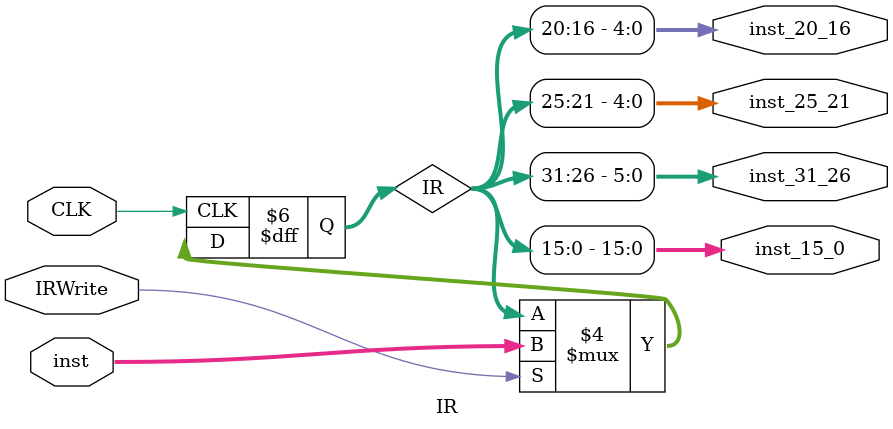
<source format=v>
module IR( CLK, IRWrite, inst, inst_31_26, inst_25_21, inst_20_16, inst_15_0 ) ;

input IRWrite, CLK ;
input [31:0] inst;
output [5:0] inst_31_26 ;
output [4:0] inst_25_21 ;
output [4:0] inst_20_16 ;
output [15:0] inst_15_0 ;

reg [31:0] IR;

assign inst_31_26 = IR[31:26] ;
assign inst_25_21 = IR[25:21] ;
assign inst_20_16 = IR[20:16] ;
assign inst_15_0 = IR[15:0] ;

always@ ( posedge CLK ) 
begin
  if( IRWrite == 1 )
    IR = inst ;
  else 
    IR = IR ;
end

endmodule

</source>
